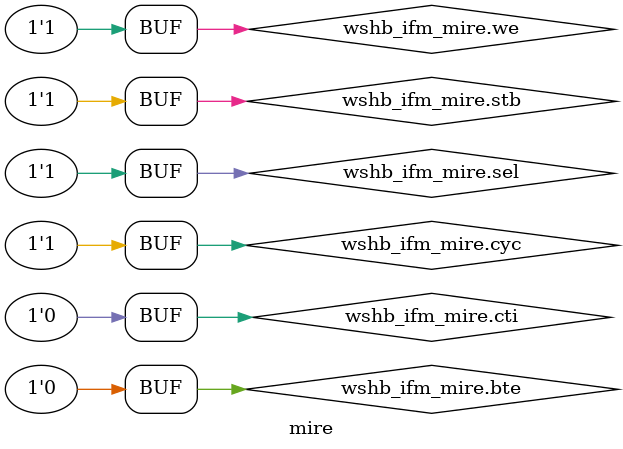
<source format=sv>

module mire #( parameter HDISP = 640, parameter VDISP = 480 )( wshb_if.master wshb_ifm_mire  );

logic [ $clog2(HDISP) - 1 : 0] h_count;
logic [ $clog2(VDISP) - 1 : 0] v_count;

assign wshb_ifm_mire.sel = 2'b11;
assign wshb_ifm_mire.we = 1'b1;
assign wshb_ifm_mire.cti = '0;
assign wshb_ifm_mire.bte = '0;
assign wshb_ifm_mire.cyc = '1;
assign wshb_ifm_mire.stb = '1;  


always_ff@( posedge wshb_ifm_mire.clk or posedge wshb_ifm_mire.rst)
begin
	if( wshb_ifm_mire.rst )
	begin
		h_count <= 0;
		v_count <= 0;
		wshb_ifm_mire.adr <= '0;
	end
	else
	begin
		if ( wshb_ifm_mire.ack  )
		begin	
			if( h_count < HDISP - 1 )
				h_count <= h_count + 1'b1;
			else
			begin
				h_count <= 0;
				if ( v_count < VDISP - 1 )
					v_count <= v_count + 1'b1;
				else
					v_count <= 0;

			end
	
			if( (h_count % 16 ) == 0 || (v_count % 16 ) == 0 )
				wshb_ifm_mire.dat_ms = '1;
			else 
				wshb_ifm_mire.dat_ms = '0;	

			if( wshb_ifm_mire.adr == 2*(VDISP*HDISP - 1)  )
                                        wshb_ifm_mire.adr <= 'd0;
                                else
                                        wshb_ifm_mire.adr <= wshb_ifm_mire.adr + 2;
				
		end
	end	
end
endmodule 



</source>
